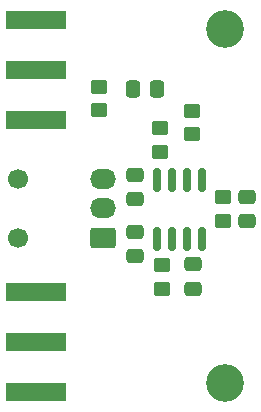
<source format=gts>
%TF.GenerationSoftware,KiCad,Pcbnew,6.0.4-6f826c9f35~116~ubuntu20.04.1*%
%TF.CreationDate,2022-04-28T13:53:23-05:00*%
%TF.ProjectId,opamp_inverting_single,6f70616d-705f-4696-9e76-657274696e67,1.0*%
%TF.SameCoordinates,Original*%
%TF.FileFunction,Soldermask,Top*%
%TF.FilePolarity,Negative*%
%FSLAX46Y46*%
G04 Gerber Fmt 4.6, Leading zero omitted, Abs format (unit mm)*
G04 Created by KiCad (PCBNEW 6.0.4-6f826c9f35~116~ubuntu20.04.1) date 2022-04-28 13:53:23*
%MOMM*%
%LPD*%
G01*
G04 APERTURE LIST*
G04 Aperture macros list*
%AMRoundRect*
0 Rectangle with rounded corners*
0 $1 Rounding radius*
0 $2 $3 $4 $5 $6 $7 $8 $9 X,Y pos of 4 corners*
0 Add a 4 corners polygon primitive as box body*
4,1,4,$2,$3,$4,$5,$6,$7,$8,$9,$2,$3,0*
0 Add four circle primitives for the rounded corners*
1,1,$1+$1,$2,$3*
1,1,$1+$1,$4,$5*
1,1,$1+$1,$6,$7*
1,1,$1+$1,$8,$9*
0 Add four rect primitives between the rounded corners*
20,1,$1+$1,$2,$3,$4,$5,0*
20,1,$1+$1,$4,$5,$6,$7,0*
20,1,$1+$1,$6,$7,$8,$9,0*
20,1,$1+$1,$8,$9,$2,$3,0*%
G04 Aperture macros list end*
%ADD10C,3.200000*%
%ADD11RoundRect,0.150000X-0.150000X0.825000X-0.150000X-0.825000X0.150000X-0.825000X0.150000X0.825000X0*%
%ADD12RoundRect,0.250000X-0.450000X0.350000X-0.450000X-0.350000X0.450000X-0.350000X0.450000X0.350000X0*%
%ADD13RoundRect,0.250000X0.450000X-0.350000X0.450000X0.350000X-0.450000X0.350000X-0.450000X-0.350000X0*%
%ADD14C,1.700000*%
%ADD15RoundRect,0.250000X0.850000X0.600000X-0.850000X0.600000X-0.850000X-0.600000X0.850000X-0.600000X0*%
%ADD16O,2.200000X1.700000*%
%ADD17R,5.080000X1.500000*%
%ADD18RoundRect,0.250000X-0.475000X0.337500X-0.475000X-0.337500X0.475000X-0.337500X0.475000X0.337500X0*%
%ADD19RoundRect,0.250000X0.475000X-0.337500X0.475000X0.337500X-0.475000X0.337500X-0.475000X-0.337500X0*%
%ADD20RoundRect,0.250000X-0.337500X-0.475000X0.337500X-0.475000X0.337500X0.475000X-0.337500X0.475000X0*%
G04 APERTURE END LIST*
D10*
%TO.C,REF\u002A\u002A*%
X160824989Y-102299989D03*
%TD*%
%TO.C,REF\u002A\u002A*%
X160824989Y-72299989D03*
%TD*%
D11*
%TO.C,U1*%
X158829989Y-85124989D03*
X157559989Y-85124989D03*
X156289989Y-85124989D03*
X155019989Y-85124989D03*
X155019989Y-90074989D03*
X156289989Y-90074989D03*
X157559989Y-90074989D03*
X158829989Y-90074989D03*
%TD*%
D12*
%TO.C,R5*%
X155499989Y-92274989D03*
X155499989Y-94274989D03*
%TD*%
%TO.C,R4*%
X160649989Y-86524989D03*
X160649989Y-88524989D03*
%TD*%
D13*
%TO.C,R3*%
X155324989Y-80724989D03*
X155324989Y-82724989D03*
%TD*%
D12*
%TO.C,R2*%
X157999989Y-79224989D03*
X157999989Y-81224989D03*
%TD*%
D13*
%TO.C,R1*%
X150150000Y-77175000D03*
X150150000Y-79175000D03*
%TD*%
D14*
%TO.C,J3*%
X143284989Y-84999989D03*
X143284989Y-89999989D03*
D15*
X150464989Y-89999989D03*
D16*
X150464989Y-87499989D03*
X150464989Y-84999989D03*
%TD*%
D17*
%TO.C,J2*%
X144824989Y-98799989D03*
X144824989Y-94549989D03*
X144824989Y-103049989D03*
%TD*%
%TO.C,J1*%
X144824989Y-75799989D03*
X144824989Y-71549989D03*
X144824989Y-80049989D03*
%TD*%
D18*
%TO.C,C7*%
X153174989Y-89487489D03*
X153174989Y-91562489D03*
%TD*%
%TO.C,C5*%
X153149989Y-86712489D03*
X153149989Y-84637489D03*
%TD*%
D19*
%TO.C,C3*%
X158074989Y-94312489D03*
X158074989Y-92237489D03*
%TD*%
D18*
%TO.C,C2*%
X162649989Y-88562489D03*
X162649989Y-86487489D03*
%TD*%
D20*
%TO.C,C1*%
X155075000Y-77400000D03*
X153000000Y-77400000D03*
%TD*%
M02*

</source>
